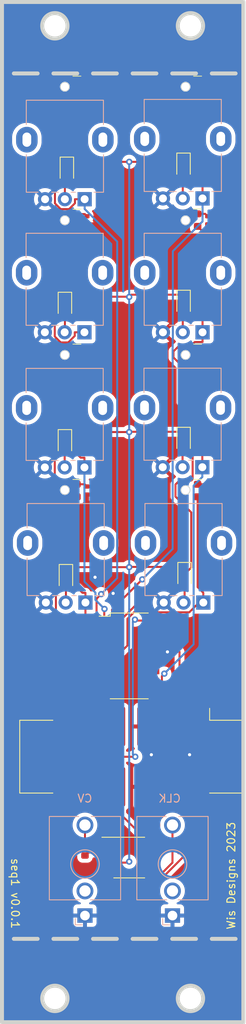
<source format=kicad_pcb>
(kicad_pcb (version 20221018) (generator pcbnew)
  (layers (0 "F.Cu" signal) (31 "B.Cu" signal) (34 "B.Paste" user) (35 "F.Paste" user) (36 "B.SilkS" user "B.Silkscreen") (37 "F.SilkS" user "F.Silkscreen") (38 "B.Mask" user) (39 "F.Mask" user) (44 "Edge.Cuts" user))
  (net 0 "")
  (net 1 "Net-(D1-K)")
  (net 2 "Net-(D1-A)")
  (net 3 "Net-(D2-A)")
  (net 4 "Net-(D3-A)")
  (net 5 "Net-(D4-A)")
  (net 6 "Net-(D5-A)")
  (net 7 "Net-(D6-A)")
  (net 8 "Net-(D7-A)")
  (net 9 "Net-(D8-A)")
  (net 10 "-12V")
  (net 11 "GND")
  (net 12 "+12V")
  (net 13 "+5V")
  (net 14 "CV")
  (net 15 "GATE")
  (net 16 "Net-(J2-PadT)")
  (net 18 "Net-(U1B-+)")
  (net 20 "Net-(U1A--)")
  (net 21 "Net-(U1B--)")
  (net 22 "Net-(U2-Q8)")
  (net 25 "Net-(D9-K)")
  (net 26 "Net-(D9-A)")
  (net 27 "Net-(D10-K)")
  (net 28 "Net-(D10-A)")
  (net 29 "Net-(D11-K)")
  (net 30 "Net-(D11-A)")
  (net 31 "Net-(D12-K)")
  (net 32 "Net-(D12-A)")
  (net 33 "Net-(D13-K)")
  (net 34 "Net-(D13-A)")
  (net 35 "Net-(D14-K)")
  (net 36 "Net-(D15-K)")
  (net 37 "Net-(D15-A)")
  (net 38 "Net-(D16-K)")
  (net 39 "Net-(D16-A)")
  (net 40 "Net-(D14-A)")
  (footprint "kpm-jlcpcb-basic:LED_0603_1608Metric" (layer "F.Cu") (at 29.464 81.534 -90)
    (fp_text reference "D9" hide)
    (fp_text value "blue" hide)
    (pad "1" smd roundrect (at -0.7875 0 270) (size 0.875 0.95) (layers "F.Cu" "F.Paste" "F.Mask") (net 25 "Net-(D9-K)"))
    (pad "2" smd roundrect (at 0.7875 0 270) (size 0.875 0.95) (layers "F.Cu" "F.Paste" "F.Mask") (net 26 "Net-(D9-A)"))
  )
  (footprint "kpm-jlcpcb-basic:LED_0603_1608Metric" (layer "F.Cu") (at 29.464 30.734 -90)
    (fp_text reference "D14" hide)
    (fp_text value "blue" hide)
    (pad "1" smd roundrect (at -0.7875 0 270) (size 0.875 0.95) (layers "F.Cu" "F.Paste" "F.Mask") (net 35 "Net-(D14-K)"))
    (pad "2" smd roundrect (at 0.7875 0 270) (size 0.875 0.95) (layers "F.Cu" "F.Paste" "F.Mask") (net 40 "Net-(D14-A)"))
  )
  (footprint "kpm-jlcpcb-basic:R_0603_1608Metric" (layer "F.Cu") (at 30.48 126.683 90)
    (fp_text reference "R1" hide)
    (fp_text value "1k" hide)
    (pad "1" smd roundrect (at -0.825 0 90) (size 0.8 0.95) (layers "F.Cu" "F.Paste" "F.Mask") (net 20 "Net-(U1A--)"))
    (pad "2" smd roundrect (at 0.825 0 90) (size 0.8 0.95) (layers "F.Cu" "F.Paste" "F.Mask") (net 16 "Net-(J2-PadT)"))
  )
  (footprint "EuroRackTools:D_SOD-323" (layer "F.Cu") (at 28.194 41.148 -90)
    (fp_text reference "D2" hide)
    (fp_text value "1N4148WS" hide)
    (pad "1" smd roundrect (at -1.05 0 270) (size 0.6 0.45) (layers "F.Cu" "F.Paste" "F.Mask") (net 1 "Net-(D1-K)"))
    (pad "2" smd roundrect (at 1.05 0 270) (size 0.6 0.45) (layers "F.Cu" "F.Paste" "F.Mask") (net 3 "Net-(D2-A)"))
  )
  (footprint "kpm-jlcpcb-basic:LED_0603_1608Metric" (layer "F.Cu") (at 29.464 47.498 -90)
    (fp_text reference "D16" hide)
    (fp_text value "blue" hide)
    (pad "1" smd roundrect (at -0.7875 0 270) (size 0.875 0.95) (layers "F.Cu" "F.Paste" "F.Mask") (net 38 "Net-(D16-K)"))
    (pad "2" smd roundrect (at 0.7875 0 270) (size 0.875 0.95) (layers "F.Cu" "F.Paste" "F.Mask") (net 39 "Net-(D16-A)"))
  )
  (footprint "kpm-jlcpcb-basic:LED_0603_1608Metric" (layer "F.Cu") (at 29.464 64.4905 -90)
    (fp_text reference "D11" hide)
    (fp_text value "blue" hide)
    (pad "1" smd roundrect (at -0.7875 0 270) (size 0.875 0.95) (layers "F.Cu" "F.Paste" "F.Mask") (net 29 "Net-(D11-K)"))
    (pad "2" smd roundrect (at 0.7875 0 270) (size 0.875 0.95) (layers "F.Cu" "F.Paste" "F.Mask") (net 30 "Net-(D11-A)"))
  )
  (footprint "kpm-jlcpcb-basic:LED_0603_1608Metric" (layer "F.Cu") (at 44.704 47.4725 -90)
    (fp_text reference "D15" hide)
    (fp_text value "blue" hide)
    (pad "1" smd roundrect (at -0.7875 0 270) (size 0.875 0.95) (layers "F.Cu" "F.Paste" "F.Mask") (net 36 "Net-(D15-K)"))
    (pad "2" smd roundrect (at 0.7875 0 270) (size 0.875 0.95) (layers "F.Cu" "F.Paste" "F.Mask") (net 37 "Net-(D15-A)"))
  )
  (footprint "kpm-jlcpcb-basic:LED_0603_1608Metric" (layer "F.Cu") (at 44.704 64.4905 -90)
    (fp_text reference "D12" hide)
    (fp_text value "blue" hide)
    (pad "1" smd roundrect (at -0.7875 0 270) (size 0.875 0.95) (layers "F.Cu" "F.Paste" "F.Mask") (net 31 "Net-(D12-K)"))
    (pad "2" smd roundrect (at 0.7875 0 270) (size 0.875 0.95) (layers "F.Cu" "F.Paste" "F.Mask") (net 32 "Net-(D12-A)"))
  )
  (footprint "kpm-jlcpcb-basic:R_0402_1005Metric" (layer "F.Cu") (at 30.734 47.498 -90)
    (fp_text reference "R9" hide)
    (fp_text value "10k" hide)
    (pad "1" smd roundrect (at -0.51 0 270) (size 0.54 0.64) (layers "F.Cu" "F.Paste" "F.Mask") (net 38 "Net-(D16-K)"))
    (pad "2" smd roundrect (at 0.51 0 270) (size 0.54 0.64) (layers "F.Cu" "F.Paste" "F.Mask") (net 11 "GND"))
  )
  (footprint "kpm-jlcpcb-basic:LED_0603_1608Metric" (layer "F.Cu") (at 44.704 81.534 -90)
    (fp_text reference "D10" hide)
    (fp_text value "blue" hide)
    (pad "1" smd roundrect (at -0.7875 0 270) (size 0.875 0.95) (layers "F.Cu" "F.Paste" "F.Mask") (net 27 "Net-(D10-K)"))
    (pad "2" smd roundrect (at 0.7875 0 270) (size 0.875 0.95) (layers "F.Cu" "F.Paste" "F.Mask") (net 28 "Net-(D10-A)"))
  )
  (footprint "kpm-jlcpcb-basic:R_0402_1005Metric" (layer "F.Cu") (at 45.974 81.534 -90)
    (fp_text reference "R3" hide)
    (fp_text value "10k" hide)
    (pad "1" smd roundrect (at -0.51 0 270) (size 0.54 0.64) (layers "F.Cu" "F.Paste" "F.Mask") (net 27 "Net-(D10-K)"))
    (pad "2" smd roundrect (at 0.51 0 270) (size 0.54 0.64) (layers "F.Cu" "F.Paste" "F.Mask") (net 11 "GND"))
  )
  (footprint "kpm-jlcpcb-basic:LED_0603_1608Metric" (layer "F.Cu") (at 44.704 30.734 -90)
    (fp_text reference "D13" hide)
    (fp_text value "blue" hide)
    (pad "1" smd roundrect (at -0.7875 0 270) (size 0.875 0.95) (layers "F.Cu" "F.Paste" "F.Mask") (net 33 "Net-(D13-K)"))
    (pad "2" smd roundrect (at 0.7875 0 270) (size 0.875 0.95) (layers "F.Cu" "F.Paste" "F.Mask") (net 34 "Net-(D13-A)"))
  )
  (footprint "EuroRackTools:D_SOD-323" (layer "F.Cu") (at 27.948 58.169 -90)
    (fp_text reference "D4" hide)
    (fp_text value "1N4148WS" hide)
    (pad "1" smd roundrect (at -1.05 0 270) (size 0.6 0.45) (layers "F.Cu" "F.Paste" "F.Mask") (net 1 "Net-(D1-K)"))
    (pad "2" smd roundrect (at 1.05 0 270) (size 0.6 0.45) (layers "F.Cu" "F.Paste" "F.Mask") (net 5 "Net-(D4-A)"))
  )
  (footprint "kpm-jlcpcb-basic:R_0402_1005Metric" (layer "F.Cu") (at 30.734 64.516 -90)
    (fp_text reference "R4" hide)
    (fp_text value "10k" hide)
    (pad "1" smd roundrect (at -0.51 0 270) (size 0.54 0.64) (layers "F.Cu" "F.Paste" "F.Mask") (net 29 "Net-(D11-K)"))
    (pad "2" smd roundrect (at 0.51 0 270) (size 0.54 0.64) (layers "F.Cu" "F.Paste" "F.Mask") (net 11 "GND"))
  )
  (footprint "EuroRackTools:D_SOD-323" (layer "F.Cu") (at 42.926 40.64 -90)
    (fp_text reference "D1" hide)
    (fp_text value "1N4148WS" hide)
    (pad "1" smd roundrect (at -1.05 0 270) (size 0.6 0.45) (layers "F.Cu" "F.Paste" "F.Mask") (net 1 "Net-(D1-K)"))
    (pad "2" smd roundrect (at 1.05 0 270) (size 0.6 0.45) (layers "F.Cu" "F.Paste" "F.Mask") (net 2 "Net-(D1-A)"))
  )
  (footprint "kpm-jlcpcb-basic:R_0402_1005Metric" (layer "F.Cu") (at 45.974 47.498 -90)
    (fp_text reference "R8" hide)
    (fp_text value "10k" hide)
    (pad "1" smd roundrect (at -0.51 0 270) (size 0.54 0.64) (layers "F.Cu" "F.Paste" "F.Mask") (net 36 "Net-(D15-K)"))
    (pad "2" smd roundrect (at 0.51 0 270) (size 0.54 0.64) (layers "F.Cu" "F.Paste" "F.Mask") (net 11 "GND"))
  )
  (footprint "EuroRackTools:D_SOD-323" (layer "F.Cu") (at 42.934 57.915 -90)
    (fp_text reference "D3" hide)
    (fp_text value "1N4148WS" hide)
    (pad "1" smd roundrect (at -1.05 0 270) (size 0.6 0.45) (layers "F.Cu" "F.Paste" "F.Mask") (net 1 "Net-(D1-K)"))
    (pad "2" smd roundrect (at 1.05 0 270) (size 0.6 0.45) (layers "F.Cu" "F.Paste" "F.Mask") (net 4 "Net-(D3-A)"))
  )
  (footprint "kpm-jlcpcb-basic:SOIC-8_3.9x4.9mm_P1.27mm" (layer "F.Cu") (at 36.068 127.762 -90)
    (fp_text reference "U1" hide)
    (fp_text value "TL072CDT" hide)
    (pad "1" smd roundrect (at -1.905 2.475) (size 1.95 0.6) (layers "F.Cu" "F.Paste" "F.Mask") (net 20 "Net-(U1A--)"))
    (pad "2" smd roundrect (at -0.635 2.475) (size 1.95 0.6) (layers "F.Cu" "F.Paste" "F.Mask") (net 20 "Net-(U1A--)"))
    (pad "3" smd roundrect (at 0.635 2.475) (size 1.95 0.6) (layers "F.Cu" "F.Paste" "F.Mask") (net 1 "Net-(D1-K)"))
    (pad "4" smd roundrect (at 1.905 2.475) (size 1.95 0.6) (layers "F.Cu" "F.Paste" "F.Mask") (net 10 "-12V"))
    (pad "5" smd roundrect (at 1.905 -2.475) (size 1.95 0.6) (layers "F.Cu" "F.Paste" "F.Mask") (net 18 "Net-(U1B-+)"))
    (pad "6" smd roundrect (at 0.635 -2.475) (size 1.95 0.6) (layers "F.Cu" "F.Paste" "F.Mask") (net 21 "Net-(U1B--)"))
    (pad "7" smd roundrect (at -0.635 -2.475) (size 1.95 0.6) (layers "F.Cu" "F.Paste" "F.Mask") (net 21 "Net-(U1B--)"))
    (pad "8" smd roundrect (at -1.905 -2.475) (size 1.95 0.6) (layers "F.Cu" "F.Paste" "F.Mask") (net 12 "+12V"))
  )
  (footprint "EuroRackTools:D_SOD-323" (layer "F.Cu") (at 43.06 92.202 -90)
    (fp_text reference "D7" hide)
    (fp_text value "1N4148WS" hide)
    (pad "1" smd roundrect (at -1.05 0 270) (size 0.6 0.45) (layers "F.Cu" "F.Paste" "F.Mask") (net 1 "Net-(D1-K)"))
    (pad "2" smd roundrect (at 1.05 0 270) (size 0.6 0.45) (layers "F.Cu" "F.Paste" "F.Mask") (net 8 "Net-(D7-A)"))
  )
  (footprint "kpm-jlcpcb-basic:R_0402_1005Metric" (layer "F.Cu") (at 45.974 30.734 -90)
    (fp_text reference "R6" hide)
    (fp_text value "10k" hide)
    (pad "1" smd roundrect (at -0.51 0 270) (size 0.54 0.64) (layers "F.Cu" "F.Paste" "F.Mask") (net 33 "Net-(D13-K)"))
    (pad "2" smd roundrect (at 0.51 0 270) (size 0.54 0.64) (layers "F.Cu" "F.Paste" "F.Mask") (net 11 "GND"))
  )
  (footprint "EuroRackTools:SOP-16_4.4x10.4mm_P1.27mm" (layer "F.Cu") (at 36.068 102.362 -90)
    (fp_text reference "U2" hide)
    (fp_text value "CD4017BM" hide)
    (pad "1" smd rect (at -4.45 3.15) (size 1.3 0.8) (layers "F.Cu" "F.Paste" "F.Mask") (net 30 "Net-(D11-A)"))
    (pad "2" smd rect (at -3.17 3.15) (size 1.3 0.8) (layers "F.Cu" "F.Paste" "F.Mask") (net 40 "Net-(D14-A)"))
    (pad "3" smd rect (at -1.91 3.15) (size 1.3 0.8) (layers "F.Cu" "F.Paste" "F.Mask") (net 34 "Net-(D13-A)"))
    (pad "4" smd rect (at -0.64 3.15) (size 1.3 0.8) (layers "F.Cu" "F.Paste" "F.Mask") (net 37 "Net-(D15-A)"))
    (pad "5" smd rect (at 0.64 3.15) (size 1.3 0.8) (layers "F.Cu" "F.Paste" "F.Mask") (net 28 "Net-(D10-A)"))
    (pad "6" smd rect (at 1.91 3.15) (size 1.3 0.8) (layers "F.Cu" "F.Paste" "F.Mask") (net 26 "Net-(D9-A)"))
    (pad "7" smd rect (at 3.17 3.15) (size 1.3 0.8) (layers "F.Cu" "F.Paste" "F.Mask") (net 39 "Net-(D16-A)"))
    (pad "8" smd rect (at 4.45 3.15) (size 1.3 0.8) (layers "F.Cu" "F.Paste" "F.Mask") (net 11 "GND"))
    (pad "9" smd rect (at 4.45 -3.15) (size 1.3 0.8) (layers "F.Cu" "F.Paste" "F.Mask") (net 22 "Net-(U2-Q8)"))
    (pad "10" smd rect (at 3.17 -3.15) (size 1.3 0.8) (layers "F.Cu" "F.Paste" "F.Mask") (net 32 "Net-(D12-A)"))
    (pad "11" smd rect (at 1.91 -3.15) (size 1.3 0.8) (layers "F.Cu" "F.Paste" "F.Mask"))
    (pad "12" smd rect (at 0.64 -3.15) (size 1.3 0.8) (layers "F.Cu" "F.Paste" "F.Mask"))
    (pad "13" smd rect (at -0.64 -3.15) (size 1.3 0.8) (layers "F.Cu" "F.Paste" "F.Mask") (net 11 "GND"))
    (pad "14" smd rect (at -1.91 -3.15) (size 1.3 0.8) (layers "F.Cu" "F.Paste" "F.Mask") (net 21 "Net-(U1B--)"))
    (pad "15" smd rect (at -3.17 -3.15) (size 1.3 0.8) (layers "F.Cu" "F.Paste" "F.Mask") (net 22 "Net-(U2-Q8)"))
    (pad "16" smd rect (at -4.45 -3.15) (size 1.3 0.8) (layers "F.Cu" "F.Paste" "F.Mask") (net 12 "+12V"))
  )
  (footprint "kpm-jlcpcb-basic:R_0402_1005Metric" (layer "F.Cu") (at 31.242 30.734 -90)
    (fp_text reference "R7" hide)
    (fp_text value "10k" hide)
    (pad "1" smd roundrect (at -0.51 0 270) (size 0.54 0.64) (layers "F.Cu" "F.Paste" "F.Mask") (net 35 "Net-(D14-K)"))
    (pad "2" smd roundrect (at 0.51 0 270) (size 0.54 0.64) (layers "F.Cu" "F.Paste" "F.Mask") (net 11 "GND"))
  )
  (footprint "EuroRackTools:D_SOD-323" (layer "F.Cu") (at 42.934 75.181 -90)
    (fp_text reference "D5" hide)
    (fp_text value "1N4148WS" hide)
    (pad "1" smd roundrect (at -1.05 0 270) (size 0.6 0.45) (layers "F.Cu" "F.Paste" "F.Mask") (net 1 "Net-(D1-K)"))
    (pad "2" smd roundrect (at 1.05 0 270) (size 0.6 0.45) (layers "F.Cu" "F.Paste" "F.Mask") (net 6 "Net-(D5-A)"))
  )
  (footprint "EuroRackTools:IDC-Header_2x08_P2.54mm_Vertical_SMD" (layer "F.Cu") (at 36.322 115.052)
    (fp_text reference "J1" hide)
    (fp_text value "EuroPower16" hide)
    (pad "1" smd roundrect (at 8.89 -3.8 270) (size 5 1.02) (layers "F.Cu" "F.Paste" "F.Mask") (net 10 "-12V"))
    (pad "2" smd roundrect (at 8.89 3.8 270) (size 5 1.02) (layers "F.Cu" "F.Paste" "F.Mask") (net 10 "-12V"))
    (pad "3" smd roundrect (at 6.35 -3.8 270) (size 5 1.02) (layers "F.Cu" "F.Paste" "F.Mask") (net 11 "GND"))
    (pad "4" smd roundrect (at 6.35 3.8 270) (size 5 1.02) (layers "F.Cu" "F.Paste" "F.Mask") (net 11 "GND"))
    (pad "5" smd roundrect (at 3.81 -3.8 270) (size 5 1.02) (layers "F.Cu" "F.Paste" "F.Mask") (net 11 "GND"))
    (pad "6" smd roundrect (at 3.81 3.8 270) (size 5 1.02) (layers "F.Cu" "F.Paste" "F.Mask") (net 11 "GND"))
    (pad "7" smd roundrect (at 1.27 -3.8 270) (size 5 1.02) (layers "F.Cu" "F.Paste" "F.Mask") (net 11 "GND"))
    (pad "8" smd roundrect (at 1.27 3.8 270) (size 5 1.02) (layers "F.Cu" "F.Paste" "F.Mask") (net 11 "GND"))
    (pad "9" smd roundrect (at -1.27 -3.8 270) (size 5 1.02) (layers "F.Cu" "F.Paste" "F.Mask") (net 12 "+12V"))
    (pad "10" smd roundrect (at -1.27 3.8 270) (size 5 1.02) (layers "F.Cu" "F.Paste" "F.Mask") (net 12 "+12V"))
    (pad "11" smd roundrect (at -3.81 -3.8 270) (size 5 1.02) (layers "F.Cu" "F.Paste" "F.Mask") (net 13 "+5V"))
    (pad "12" smd roundrect (at -3.81 3.8 270) (size 5 1.02) (layers "F.Cu" "F.Paste" "F.Mask") (net 13 "+5V"))
    (pad "13" smd roundrect (at -6.35 -3.8 270) (size 5 1.02) (layers "F.Cu" "F.Paste" "F.Mask") (net 14 "CV"))
    (pad "14" smd roundrect (at -6.35 3.8 270) (size 5 1.02) (layers "F.Cu" "F.Paste" "F.Mask") (net 14 "CV"))
    (pad "15" smd roundrect (at -8.89 -3.8 270) (size 5 1.02) (layers "F.Cu" "F.Paste" "F.Mask") (net 15 "GATE"))
    (pad "16" smd roundrect (at -8.89 3.8 270) (size 5 1.02) (layers "F.Cu" "F.Paste" "F.Mask") (net 15 "GATE"))
  )
  (footprint "kpm-jlcpcb-basic:R_0402_1005Metric" (layer "F.Cu") (at 45.974 64.4905 -90)
    (fp_text reference "R5" hide)
    (fp_text value "10k" hide)
    (pad "1" smd roundrect (at -0.51 0 270) (size 0.54 0.64) (layers "F.Cu" "F.Paste" "F.Mask") (net 31 "Net-(D12-K)"))
    (pad "2" smd roundrect (at 0.51 0 270) (size 0.54 0.64) (layers "F.Cu" "F.Paste" "F.Mask") (net 11 "GND"))
  )
  (footprint "kpm-jlcpcb-basic:R_0402_1005Metric" (layer "F.Cu") (at 30.734 81.534 -90)
    (fp_text reference "R2" hide)
    (fp_text value "10k" hide)
    (pad "1" smd roundrect (at -0.51 0 270) (size 0.54 0.64) (layers "F.Cu" "F.Paste" "F.Mask") (net 25 "Net-(D9-K)"))
    (pad "2" smd roundrect (at 0.51 0 270) (size 0.54 0.64) (layers "F.Cu" "F.Paste" "F.Mask") (net 11 "GND"))
  )
  (footprint "EuroRackTools:D_SOD-323" (layer "F.Cu") (at 28.074 92.456 -90)
    (fp_text reference "D8" hide)
    (fp_text value "1N4148WS" hide)
    (pad "1" smd roundrect (at -1.05 0 270) (size 0.6 0.45) (layers "F.Cu" "F.Paste" "F.Mask") (net 1 "Net-(D1-K)"))
    (pad "2" smd roundrect (at 1.05 0 270) (size 0.6 0.45) (layers "F.Cu" "F.Paste" "F.Mask") (net 9 "Net-(D8-A)"))
  )
  (footprint "EuroRackTools:D_SOD-323" (layer "F.Cu") (at 27.948 75.469 -90)
    (fp_text reference "D6" hide)
    (fp_text value "1N4148WS" hide)
    (pad "1" smd roundrect (at -1.05 0 270) (size 0.6 0.45) (layers "F.Cu" "F.Paste" "F.Mask") (net 1 "Net-(D1-K)"))
    (pad "2" smd roundrect (at 1.05 0 270) (size 0.6 0.45) (layers "F.Cu" "F.Paste" "F.Mask") (net 7 "Net-(D6-A)"))
  )
  (footprint "EuroRackTools:Jack_3.5mm_QingPu_WQP-PJ398SM_Vertical_CircularHoles" (layer "B.Cu") (at 41.53 135.066)
    (fp_text reference "J3" hide)
    (fp_text value "Thonkiconn")
    (pad "S" thru_hole rect (at 0 0 180) (size 1.93 1.83) (drill 1.22) (layers "*.Cu" "*.Mask") (net 11 "GND"))
    (pad "T" thru_hole circle (at 0 -11.4 180) (size 2.13 2.13) (drill 1.43) (layers "*.Cu" "*.Mask") (net 18 "Net-(U1B-+)"))
    (pad "TN" thru_hole circle (at 0 -3.1 180) (size 2.13 2.13) (drill 1.42) (layers "*.Cu" "*.Mask"))
    (zone (net 0) (net_name "") (layer "B.Cu") (connect_pads (clearance 0)) (min_thickness 0.254)
      (keepout (tracks not_allowed) (vias not_allowed) (pads not_allowed) (copperpour not_allowed) (footprints not_allowed))
      (fill (thermal_gap 0.508) (thermal_bridge_width 0.508))
      (polygon (pts (xy 43.035141 128.586) (xy 43.01493 128.831829) (xy 42.954841 129.071055) (xy 42.856486 129.297256) (xy 42.722508 129.504355) (xy 42.556504 129.68679) (xy 42.362932 129.839664) (xy 42.146992 129.958869) (xy 41.914482 130.041206) (xy 41.671646 130.084461) (xy 41.425007 130.087475) (xy 41.181187 130.050165) (xy 40.946734 129.973534) (xy 40.727946 129.85964) (xy 40.530697 129.711542) (xy 40.360286 129.533216) (xy 40.221288 129.329452) (xy 40.117436 129.105722) (xy 40.051519 128.868035) (xy 40.025308 128.622774) (xy 40.039507 128.376525) (xy 40.093734 128.135901) (xy 40.186532 127.907366) (xy 40.315411 127.697055) (xy 40.476908 127.510618) (xy 40.666687 127.353061) (xy 40.87965 127.228615) (xy 41.110079 127.140623) (xy 41.351785 127.091447) (xy 41.598278 127.082408) (xy 41.842936 127.11375) (xy 42.079191 127.18463) (xy 42.300697 127.293144) (xy 42.501505 127.436379) (xy 42.676223 127.610488) (xy 42.820158 127.810795) (xy 42.929445 128.031921) (xy 43.001149 128.267926) (xy 43.033344 128.512474)))
    )
  )
  (footprint "EuroRackTools:Potentiometer_Alpha_RD901F-40-00D_Single_Vertical" (layer "B.Cu") (at 30.54 95.641 90)
    (fp_text reference "RV8" hide)
    (fp_text value "AlphaPot" hide)
    (pad "" thru_hole oval (at 7.5 -7.3) (size 2.72 3.24) (drill oval 1.1 1.8) (layers "*.Cu" "*.Mask"))
    (pad "" thru_hole oval (at 7.5 2.3) (size 2.72 3.24) (drill oval 1.1 1.8) (layers "*.Cu" "*.Mask"))
    (pad "1" thru_hole rect (at 0 0) (size 1.8 1.8) (drill 1) (layers "*.Cu" "*.Mask") (net 26 "Net-(D9-A)"))
    (pad "2" thru_hole circle (at 0 -2.5) (size 1.8 1.8) (drill 1) (layers "*.Cu" "*.Mask") (net 9 "Net-(D8-A)"))
    (pad "3" thru_hole circle (at 0 -5) (size 1.8 1.8) (drill 1) (layers "*.Cu" "*.Mask") (net 11 "GND"))
  )
  (footprint "EuroRackTools:Potentiometer_Alpha_RD901F-40-00D_Single_Vertical" (layer "B.Cu") (at 45.3 78.5945 90)
    (fp_text reference "RV5" hide)
    (fp_text value "AlphaPot" hide)
    (pad "" thru_hole oval (at 7.5 -7.3) (size 2.72 3.24) (drill oval 1.1 1.8) (layers "*.Cu" "*.Mask"))
    (pad "" thru_hole oval (at 7.5 2.3) (size 2.72 3.24) (drill oval 1.1 1.8) (layers "*.Cu" "*.Mask"))
    (pad "1" thru_hole rect (at 0 0) (size 1.8 1.8) (drill 1) (layers "*.Cu" "*.Mask") (net 32 "Net-(D12-A)"))
    (pad "2" thru_hole circle (at 0 -2.5) (size 1.8 1.8) (drill 1) (layers "*.Cu" "*.Mask") (net 6 "Net-(D5-A)"))
    (pad "3" thru_hole circle (at 0 -5) (size 1.8 1.8) (drill 1) (layers "*.Cu" "*.Mask") (net 11 "GND"))
  )
  (footprint "EuroRackTools:Potentiometer_Alpha_RD901F-40-00D_Single_Vertical" (layer "B.Cu") (at 45.426 95.641 90)
    (fp_text reference "RV7" hide)
    (fp_text value "AlphaPot" hide)
    (pad "" thru_hole oval (at 7.5 -7.3) (size 2.72 3.24) (drill oval 1.1 1.8) (layers "*.Cu" "*.Mask"))
    (pad "" thru_hole oval (at 7.5 2.3) (size 2.72 3.24) (drill oval 1.1 1.8) (layers "*.Cu" "*.Mask"))
    (pad "1" thru_hole rect (at 0 0) (size 1.8 1.8) (drill 1) (layers "*.Cu" "*.Mask") (net 28 "Net-(D10-A)"))
    (pad "2" thru_hole circle (at 0 -2.5) (size 1.8 1.8) (drill 1) (layers "*.Cu" "*.Mask") (net 8 "Net-(D7-A)"))
    (pad "3" thru_hole circle (at 0 -5) (size 1.8 1.8) (drill 1) (layers "*.Cu" "*.Mask") (net 11 "GND"))
  )
  (footprint "EuroRackTools:Potentiometer_Alpha_RD901F-40-00D_Single_Vertical" (layer "B.Cu") (at 30.414 61.602 90)
    (fp_text reference "RV4" hide)
    (fp_text value "AlphaPot" hide)
    (pad "" thru_hole oval (at 7.5 -7.3) (size 2.72 3.24) (drill oval 1.1 1.8) (layers "*.Cu" "*.Mask"))
    (pad "" thru_hole oval (at 7.5 2.3) (size 2.72 3.24) (drill oval 1.1 1.8) (layers "*.Cu" "*.Mask"))
    (pad "1" thru_hole rect (at 0 0) (size 1.8 1.8) (drill 1) (layers "*.Cu" "*.Mask") (net 39 "Net-(D16-A)"))
    (pad "2" thru_hole circle (at 0 -2.5) (size 1.8 1.8) (drill 1) (layers "*.Cu" "*.Mask") (net 5 "Net-(D4-A)"))
    (pad "3" thru_hole circle (at 0 -5) (size 1.8 1.8) (drill 1) (layers "*.Cu" "*.Mask") (net 11 "GND"))
  )
  (footprint "EuroRackTools:Potentiometer_Alpha_RD901F-40-00D_Single_Vertical" (layer "B.Cu") (at 30.414 78.62 90)
    (fp_text reference "RV6" hide)
    (fp_text value "AlphaPot" hide)
    (pad "" thru_hole oval (at 7.5 -7.3) (size 2.72 3.24) (drill oval 1.1 1.8) (layers "*.Cu" "*.Mask"))
    (pad "" thru_hole oval (at 7.5 2.3) (size 2.72 3.24) (drill oval 1.1 1.8) (layers "*.Cu" "*.Mask"))
    (pad "1" thru_hole rect (at 0 0) (size 1.8 1.8) (drill 1) (layers "*.Cu" "*.Mask") (net 30 "Net-(D11-A)"))
    (pad "2" thru_hole circle (at 0 -2.5) (size 1.8 1.8) (drill 1) (layers "*.Cu" "*.Mask") (net 7 "Net-(D6-A)"))
    (pad "3" thru_hole circle (at 0 -5) (size 1.8 1.8) (drill 1) (layers "*.Cu" "*.Mask") (net 11 "GND"))
  )
  (footprint "EuroRackTools:Potentiometer_Alpha_RD901F-40-00D_Single_Vertical" (layer "B.Cu") (at 45.326 61.602 90)
    (fp_text reference "RV3" hide)
    (fp_text value "AlphaPot" hide)
    (pad "" thru_hole oval (at 7.5 -7.3) (size 2.72 3.24) (drill oval 1.1 1.8) (layers "*.Cu" "*.Mask"))
    (pad "" thru_hole oval (at 7.5 2.3) (size 2.72 3.24) (drill oval 1.1 1.8) (layers "*.Cu" "*.Mask"))
    (pad "1" thru_hole rect (at 0 0) (size 1.8 1.8) (drill 1) (layers "*.Cu" "*.Mask") (net 37 "Net-(D15-A)"))
    (pad "2" thru_hole circle (at 0 -2.5) (size 1.8 1.8) (drill 1) (layers "*.Cu" "*.Mask") (net 4 "Net-(D3-A)"))
    (pad "3" thru_hole circle (at 0 -5) (size 1.8 1.8) (drill 1) (layers "*.Cu" "*.Mask") (net 11 "GND"))
  )
  (footprint "EuroRackTools:Jack_3.5mm_QingPu_WQP-PJ398SM_Vertical_CircularHoles" (layer "B.Cu") (at 30.48 135.066)
    (fp_text reference "J2" hide)
    (fp_text value "Thonkiconn")
    (pad "S" thru_hole rect (at 0 0 180) (size 1.93 1.83) (drill 1.22) (layers "*.Cu" "*.Mask") (net 11 "GND"))
    (pad "T" thru_hole circle (at 0 -11.4 180) (size 2.13 2.13) (drill 1.43) (layers "*.Cu" "*.Mask") (net 16 "Net-(J2-PadT)"))
    (pad "TN" thru_hole circle (at 0 -3.1 180) (size 2.13 2.13) (drill 1.42) (layers "*.Cu" "*.Mask"))
    (zone (net 0) (net_name "") (layer "B.Cu") (connect_pads (clearance 0)) (min_thickness 0.254)
      (keepout (tracks not_allowed) (vias not_allowed) (pads not_allowed) (copperpour not_allowed) (footprints not_allowed))
      (fill (thermal_gap 0.508) (thermal_bridge_width 0.508))
      (polygon (pts (xy 31.985141 128.586) (xy 31.96493 128.831829) (xy 31.904841 129.071055) (xy 31.806486 129.297256) (xy 31.672508 129.504355) (xy 31.506504 129.68679) (xy 31.312932 129.839664) (xy 31.096992 129.958869) (xy 30.864482 130.041206) (xy 30.621646 130.084461) (xy 30.375007 130.087475) (xy 30.131187 130.050165) (xy 29.896734 129.973534) (xy 29.677946 129.85964) (xy 29.480697 129.711542) (xy 29.310286 129.533216) (xy 29.171288 129.329452) (xy 29.067436 129.105722) (xy 29.001519 128.868035) (xy 28.975308 128.622774) (xy 28.989507 128.376525) (xy 29.043734 128.135901) (xy 29.136532 127.907366) (xy 29.265411 127.697055) (xy 29.426908 127.510618) (xy 29.616687 127.353061) (xy 29.82965 127.228615) (xy 30.060079 127.140623) (xy 30.301785 127.091447) (xy 30.548278 127.082408) (xy 30.792936 127.11375) (xy 31.029191 127.18463) (xy 31.250697 127.293144) (xy 31.451505 127.436379) (xy 31.626223 127.610488) (xy 31.770158 127.810795) (xy 31.879445 128.031921) (xy 31.951149 128.267926) (xy 31.983344 128.512474)))
    )
  )
  (footprint "EuroRackTools:Potentiometer_Alpha_RD901F-40-00D_Single_Vertical" (layer "B.Cu") (at 30.44 44.841 90)
    (fp_text reference "RV2" hide)
    (fp_text value "AlphaPot" hide)
    (pad "" thru_hole oval (at 7.5 -7.3) (size 2.72 3.24) (drill oval 1.1 1.8) (layers "*.Cu" "*.Mask"))
    (pad "" thru_hole oval (at 7.5 2.3) (size 2.72 3.24) (drill oval 1.1 1.8) (layers "*.Cu" "*.Mask"))
    (pad "1" thru_hole rect (at 0 0) (size 1.8 1.8) (drill 1) (layers "*.Cu" "*.Mask") (net 40 "Net-(D14-A)"))
    (pad "2" thru_hole circle (at 0 -2.5) (size 1.8 1.8) (drill 1) (layers "*.Cu" "*.Mask") (net 3 "Net-(D2-A)"))
    (pad "3" thru_hole circle (at 0 -5) (size 1.8 1.8) (drill 1) (layers "*.Cu" "*.Mask") (net 11 "GND"))
  )
  (footprint "EuroRackTools:Potentiometer_Alpha_RD901F-40-00D_Single_Vertical" (layer "B.Cu") (at 45.326 44.7432 90)
    (fp_text reference "RV1" hide)
    (fp_text value "AlphaPot" hide)
    (pad "" thru_hole oval (at 7.5 -7.3) (size 2.72 3.24) (drill oval 1.1 1.8) (layers "*.Cu" "*.Mask"))
    (pad "" thru_hole oval (at 7.5 2.3) (size 2.72 3.24) (drill oval 1.1 1.8) (layers "*.Cu" "*.Mask"))
    (pad "1" thru_hole rect (at 0 0) (size 1.8 1.8) (drill 1) (layers "*.Cu" "*.Mask") (net 34 "Net-(D13-A)"))
    (pad "2" thru_hole circle (at 0 -2.5) (size 1.8 1.8) (drill 1) (layers "*.Cu" "*.Mask") (net 2 "Net-(D1-A)"))
    (pad "3" thru_hole circle (at 0 -5) (size 1.8 1.8) (drill 1) (layers "*.Cu" "*.Mask") (net 11 "GND"))
  )
  (gr_line (start 41.5 29) (end 44.5 29) (stroke (width 0.5)) (layer "Edge.Cuts"))
  (gr_circle (center 43.8 145.5) (end 43.8 147.1) (stroke (width 0.5)) (fill none) (layer "Edge.Cuts"))
  (gr_circle (center 27.94 64.456039) (end 28.448 64.710039) (stroke (width 0.1)) (fill none) (layer "Edge.Cuts"))
  (gr_circle (center 43.18 81.474039) (end 43.688 81.728039) (stroke (width 0.1)) (fill none) (layer "Edge.Cuts"))
  (gr_line (start 31.5 29) (end 34.5 29) (stroke (width 0.5)) (layer "Edge.Cuts"))
  (gr_circle (center 27.94 81.474039) (end 28.448 81.728039) (stroke (width 0.1)) (fill none) (layer "Edge.Cuts"))
  (gr_line (start 21.5 138) (end 24.5 138) (stroke (width 0.5)) (layer "Edge.Cuts"))
  (gr_line (start 26.5 138) (end 29.5 138) (stroke (width 0.5)) (layer "Edge.Cuts"))
  (gr_line (start 36.5 29) (end 39.5 29) (stroke (width 0.5)) (layer "Edge.Cuts"))
  (gr_line (start 31.5 138) (end 34.5 138) (stroke (width 0.5)) (layer "Edge.Cuts"))
  (gr_circle (center 27.94 47.498) (end 28.448 47.752) (stroke (width 0.1)) (fill none) (layer "Edge.Cuts"))
  (gr_line (start 46.5 138) (end 49.5 138) (stroke (width 0.5)) (layer "Edge.Cuts"))
  (gr_circle (center 43.18 30.674039) (end 43.688 30.928039) (stroke (width 0.1)) (fill none) (layer "Edge.Cuts"))
  (gr_line (start 21.5 29) (end 24.5 29) (stroke (width 0.5)) (layer "Edge.Cuts"))
  (gr_circle (center 26.68 23) (end 26.68 24.6) (stroke (width 0.5)) (fill none) (layer "Edge.Cuts"))
  (gr_line (start 26.5 29) (end 29.5 29) (stroke (width 0.5)) (layer "Edge.Cuts"))
  (gr_line (start 36.5 138) (end 39.5 138) (stroke (width 0.5)) (layer "Edge.Cuts"))
  (gr_rect (start 20 20) (end 50.48 148.5) (stroke (width 0.5)) (fill none) (layer "Edge.Cuts"))
  (gr_circle (center 26.68 145.5) (end 26.68 147.1) (stroke (width 0.5)) (fill none) (layer "Edge.Cuts"))
  (gr_circle (center 27.94 30.674039) (end 28.448 30.928039) (stroke (width 0.1)) (fill none) (layer "Edge.Cuts"))
  (gr_circle (center 43.18 64.456039) (end 43.688 64.710039) (stroke (width 0.1)) (fill none) (layer "Edge.Cuts"))
  (gr_circle (center 43.18 47.498) (end 43.688 47.752) (stroke (width 0.1)) (fill none) (layer "Edge.Cuts"))
  (gr_line (start 41.5 138) (end 44.5 138) (stroke (width 0.5)) (layer "Edge.Cuts"))
  (gr_line (start 46.5 29) (end 49.5 29) (stroke (width 0.5)) (layer "Edge.Cuts"))
  (gr_circle (center 43.8 23) (end 43.8 24.6) (stroke (width 0.5)) (fill none) (layer "Edge.Cuts"))
  (gr_text "CLK" (at 42.672 120.904) (layer "B.SilkS") (effects (font (size 1 1)) (justify left bottom mirror)))
  (gr_text "CV" (at 31.496 120.904) (layer "B.SilkS") (effects (font (size 1 1)) (justify left bottom mirror)))
  (gr_text "Wis Designs 2023" (at 49.53 136.906 90) (layer "F.SilkS") (effects (font (size 1 1)) (justify left bottom)))
  (gr_text "seq1 v0.0.1" (at 21.082 127.762 -90) (layer "F.SilkS") (effects (font (size 1 1)) (justify left bottom)))
  (segment (start 36.068 74.168) (end 28.199 74.168) (width 0.25) (layer "F.Cu") (net 1))
  (segment (start 28.199 74.168) (end 27.948 74.419) (width 0.25) (layer "F.Cu") (net 1))
  (segment (start 42.384 40.132) (end 42.926 39.59) (width 0.25) (layer "F.Cu") (net 1))
  (segment (start 36.068 40.132) (end 28.228 40.132) (width 0.25) (layer "F.Cu") (net 1))
  (segment (start 42.934 74.131) (end 36.105 74.131) (width 0.25) (layer "F.Cu") (net 1))
  (segment (start 35.941 128.397) (end 36.068 128.27) (width 0.25) (layer "F.Cu") (net 1))
  (segment (start 33.593 128.397) (end 35.941 128.397) (width 0.25) (layer "F.Cu") (net 1))
  (segment (start 36.037 57.119) (end 36.068 57.15) (width 0.25) (layer "F.Cu") (net 1))
  (segment (start 28.228 40.132) (end 28.194 40.098) (width 0.25) (layer "F.Cu") (net 1))
  (segment (start 28.294 91.186) (end 28.074 91.406) (width 0.25) (layer "F.Cu") (net 1))
  (segment (start 36.068 91.186) (end 28.294 91.186) (width 0.25) (layer "F.Cu") (net 1))
  (segment (start 36.105 74.131) (end 36.068 74.168) (width 0.25) (layer "F.Cu") (net 1))
  (segment (start 43.06 91.152) (end 36.102 91.152) (width 0.25) (layer "F.Cu") (net 1))
  (segment (start 36.068 40.132) (end 42.384 40.132) (width 0.25) (layer "F.Cu") (net 1))
  (segment (start 27.948 57.119) (end 36.037 57.119) (width 0.25) (layer "F.Cu") (net 1))
  (segment (start 42.934 56.865) (end 36.353 56.865) (width 0.25) (layer "F.Cu") (net 1))
  (segment (start 36.102 91.152) (end 36.068 91.186) (width 0.25) (layer "F.Cu") (net 1))
  (segment (start 36.353 56.865) (end 36.068 57.15) (width 0.25) (layer "F.Cu") (net 1))
  (via (at 36.068 40.132) (size 0.8) (drill 0.4) (layers "F.Cu" "B.Cu") (net 1))
  (via (at 36.068 128.27) (size 0.8) (drill 0.4) (layers "F.Cu" "B.Cu") (net 1))
  (via (at 36.068 57.15) (size 0.8) (drill 0.4) (layers "F.Cu" "B.Cu") (net 1))
  (via (at 36.068 74.168) (size 0.8) (drill 0.4) (layers "F.Cu" "B.Cu") (net 1))
  (via (at 36.068 91.186) (size 0.8) (drill 0.4) (layers "F.Cu" "B.Cu") (net 1))
  (segment (start 36.068 57.15) (end 36.068 40.132) (width 0.25) (layer "B.Cu") (net 1))
  (segment (start 36.068 74.168) (end 36.068 57.15) (width 0.25) (layer "B.Cu") (net 1))
  (segment (start 36.068 128.27) (end 36.068 91.186) (width 0.25) (layer "B.Cu") (net 1))
  (segment (start 36.068 91.186) (end 36.068 74.168) (width 0.25) (layer "B.Cu") (net 1))
  (segment (start 42.826 44.7432) (end 42.826 41.79) (width 0.25) (layer "F.Cu") (net 2))
  (segment (start 42.826 41.79) (end 42.926 41.69) (width 0.25) (layer "F.Cu") (net 2))
  (segment (start 27.94 42.452) (end 28.194 42.198) (width 0.25) (layer "F.Cu") (net 3))
  (segment (start 27.94 44.841) (end 27.94 42.452) (width 0.25) (layer "F.Cu") (net 3))
  (segment (start 42.826 59.073) (end 42.934 58.965) (width 0.25) (layer "F.Cu") (net 4))
  (segment (start 42.826 61.602) (end 42.826 59.073) (width 0.25) (layer "F.Cu") (net 4))
  (segment (start 27.948 61.568) (end 27.914 61.602) (width 0.25) (layer "F.Cu") (net 5))
  (segment (start 27.948 59.219) (end 27.948 61.568) (width 0.25) (layer "F.Cu") (net 5))
  (segment (start 42.8 76.365) (end 42.934 76.231) (width 0.25) (layer "F.Cu") (net 6))
  (segment (start 42.8 78.5945) (end 42.8 76.365) (width 0.25) (layer "F.Cu") (net 6))
  (segment (start 27.914 76.553) (end 27.948 76.519) (width 0.25) (layer "F.Cu") (net 7))
  (segment (start 27.914 78.62) (end 27.914 76.553) (width 0.25) (layer "F.Cu") (net 7))
  (segment (start 43.06 95.507) (end 42.926 95.641) (width 0.25) (layer "F.Cu") (net 8))
  (segment (start 43.06 93.252) (end 43.06 95.507) (width 0.25) (layer "F.Cu") (net 8))
  (segment (start 28.074 95.607) (end 28.04 95.641) (width 0.25) (layer "F.Cu") (net 9))
  (segment (start 28.074 93.506) (end 28.074 95.607) (width 0.25) (layer "F.Cu") (net 9))
  (segment (start 33.593 129.667) (end 34.218 130.292) (width 0.25) (layer "F.Cu") (net 10))
  (segment (start 40.2704 130.292) (end 45.212 125.35) (width 0.25) (layer "F.Cu") (net 10))
  (segment (start 45.212 118.852) (end 45.212 111.252) (width 0.25) (layer "F.Cu") (net 10))
  (segment (start 34.218 130.292) (end 40.2704 130.292) (width 0.25) (layer "F.Cu") (net 10))
  (segment (start 45.212 125.35) (end 45.212 118.852) (width 0.25) (layer "F.Cu") (net 10))
  (via (at 40.894 101.854) (size 0.8) (drill 0.4) (layers "F.Cu" "B.Cu") (net 11))
  (via (at 38.862 114.808) (size 0.8) (drill 0.4) (layers "F.Cu" "B.Cu") (net 11))
  (via (at 34.036 94.488) (size 0.8) (drill 0.4) (layers "F.Cu" "B.Cu") (net 11))
  (via (at 43.688 114.808) (size 0.8) (drill 0.4) (layers "F.Cu" "B.Cu") (net 11))
  (via (at 31.75 92.456) (size 0.8) (drill 0.4) (layers "F.Cu" "B.Cu") (net 11))
  (segment (start 36.83 115.062) (end 35.052 115.062) (width 0.25) (layer "F.Cu") (net 12))
  (segment (start 36.9145 97.912) (end 39.218 97.912) (width 0.25) (layer "F.Cu") (net 12))
  (segment (start 35.052 111.252) (end 35.052 115.062) (width 0.25) (layer "F.Cu") (net 12))
  (segment (start 35.052 122.366) (end 38.543 125.857) (width 0.25) (layer "F.Cu") (net 12))
  (segment (start 36.7925 97.79) (end 36.9145 97.912) (width 0.25) (layer "F.Cu") (net 12))
  (segment (start 35.052 115.062) (end 35.052 118.852) (width 0.25) (layer "F.Cu") (net 12))
  (segment (start 35.052 118.852) (end 35.052 122.366) (width 0.25) (layer "F.Cu") (net 12))
  (via (at 36.7925 97.79) (size 0.8) (drill 0.4) (layers "F.Cu" "B.Cu") (net 12))
  (via (at 36.83 115.062) (size 0.8) (drill 0.4) (layers "F.Cu" "B.Cu") (net 12))
  (segment (start 36.518 114.75) (end 36.83 115.062) (width 0.25) (layer "B.Cu") (net 12))
  (segment (start 36.7925 97.79) (end 36.518 98.0645) (width 0.25) (layer "B.Cu") (net 12))
  (segment (start 36.518 98.0645) (end 36.518 114.75) (width 0.25) (layer "B.Cu") (net 12))
  (segment (start 32.512 118.852) (end 32.512 111.252) (width 0.25) (layer "F.Cu") (net 13))
  (segment (start 29.972 111.252) (end 29.972 118.852) (width 0.25) (layer "F.Cu") (net 14))
  (segment (start 27.432 118.852) (end 27.432 111.252) (width 0.25) (layer "F.Cu") (net 15))
  (segment (start 30.48 125.858) (end 30.48 123.666) (width 0.25) (layer "F.Cu") (net 16))
  (segment (start 40.259 129.667) (end 41.53 128.396) (width 0.25) (layer "F.Cu") (net 18))
  (segment (start 41.53 128.396) (end 41.53 123.666) (width 0.25) (layer "F.Cu") (net 18))
  (segment (start 38.543 129.667) (end 40.259 129.667) (width 0.25) (layer "F.Cu") (net 18))
  (segment (start 30.48 127.508) (end 30.861 127.127) (width 0.25) (layer "F.Cu") (net 20))
  (segment (start 30.861 127.127) (end 33.593 127.127) (width 0.25) (layer "F.Cu") (net 20))
  (segment (start 33.593 127.127) (end 33.593 125.857) (width 0.25) (layer "F.Cu") (net 20))
  (segment (start 42.418 101.854) (end 41.016 100.452) (width 0.25) (layer "F.Cu") (net 21))
  (segment (start 38.543 128.397) (end 38.543 127.4742) (width 0.25) (layer "F.Cu") (net 21))
  (segment (start 41.837 108.766756) (end 42.418 108.185756) (width 0.25) (layer "F.Cu") (net 21))
  (segment (start 38.543 127.4742) (end 38.543 127.127) (width 0.25) (layer "F.Cu") (net 21))
  (segment (start 42.418 108.185756) (end 42.418 101.854) (width 0.25) (layer "F.Cu") (net 21))
  (segment (start 41.837 121.042) (end 41.837 108.766756) (width 0.25) (layer "F.Cu") (net 21))
  (segment (start 38.5737 127.4742) (end 39.8633 126.1846) (width 0.25) (layer "F.Cu") (net 21))
  (segment (start 39.8633 126.1846) (end 39.8633 123.0157) (width 0.25) (layer "F.Cu") (net 21))
  (segment (start 41.016 100.452) (end 39.218 100.452) (width 0.25) (layer "F.Cu") (net 21))
  (segment (start 38.543 127.4742) (end 38.5737 127.4742) (width 0.25) (layer "F.Cu") (net 21))
  (segment (start 39.8633 123.0157) (end 41.837 121.042) (width 0.25) (layer "F.Cu") (net 21))
  (segment (start 39.218 106.812) (end 38.2429 106.812) (width 0.25) (layer "F.Cu") (net 22))
  (segment (start 38.2429 106.812) (end 38.2429 99.192) (width 0.25) (layer "F.Cu") (net 22))
  (segment (start 39.218 99.192) (end 38.2429 99.192) (width 0.25) (layer "F.Cu") (net 22))
  (segment (start 30.4565 80.7465) (end 30.734 81.024) (width 0.25) (layer "F.Cu") (net 25))
  (segment (start 29.464 80.7465) (end 30.4565 80.7465) (width 0.25) (layer "F.Cu") (net 25))
  (segment (start 30.54 96.8661) (end 30.54 102.8691) (width 0.25) (layer "F.Cu") (net 26))
  (segment (start 30.54 94.4159) (end 30.1626 94.4159) (width 0.25) (layer "F.Cu") (net 26))
  (segment (start 27.5062 91.7595) (end 27.5062 84.2793) (width 0.25) (layer "F.Cu") (net 26))
  (segment (start 30.54 95.641) (end 30.54 94.4159) (width 0.25) (layer "F.Cu") (net 26))
  (segment (start 32.918 104.272) (end 31.9429 104.272) (width 0.25) (layer "F.Cu") (net 26))
  (segment (start 30.1626 94.4159) (end 27.5062 91.7595) (width 0.25) (layer "F.Cu") (net 26))
  (segment (start 27.5062 84.2793) (end 29.464 82.3215) (width 0.25) (layer "F.Cu") (net 26))
  (segment (start 30.54 95.641) (end 30.54 96.8661) (width 0.25) (layer "F.Cu") (net 26))
  (segment (start 30.54 102.8691) (end 31.9429 104.272) (width 0.25) (layer "F.Cu") (net 26))
  (segment (start 45.6965 80.7465) (end 45.974 81.024) (width 0.25) (layer "F.Cu") (net 27))
  (segment (start 44.704 80.7465) (end 45.6965 80.7465) (width 0.25) (layer "F.Cu") (net 27))
  (segment (start 32.918 103.002) (end 33.8931 103.002) (width 0.25) (layer "F.Cu") (net 28))
  (segment (start 43.651 96.8731) (end 36.6616 96.8731) (width 0.25) (layer "F.Cu") (net 28))
  (segment (start 45.426 94.4159) (end 44.704 93.6939) (width 0.25) (layer "F.Cu") (net 28))
  (segment (start 45.426 95.0981) (end 43.651 96.8731) (width 0.25) (layer "F.Cu") (net 28))
  (segment (start 45.426 95.0981) (end 45.426 94.4159) (width 0.25) (layer "F.Cu") (net 28))
  (segment (start 45.426 95.641) (end 45.426 95.0981) (width 0.25) (layer "F.Cu") (net 28))
  (segment (start 36.6616 96.8731) (end 35.843 97.6917) (width 0.25) (layer "F.Cu") (net 28))
  (segment (start 44.704 93.6939) (end 44.704 82.3215) (width 0.25) (layer "F.Cu") (net 28))
  (segment (start 35.843 101.0521) (end 33.8931 103.002) (width 0.25) (layer "F.Cu") (net 28))
  (segment (start 35.843 97.6917) (end 35.843 101.0521) (width 0.25) (layer "F.Cu") (net 28))
  (segment (start 29.767 64.006) (end 29.464 63.703) (width 0.25) (layer "F.Cu") (net 29))
  (segment (start 30.734 64.006) (end 29.767 64.006) (width 0.25) (layer "F.Cu") (net 29))
  (segment (start 30.414 77.3949) (end 29.9357 77.3949) (width 0.25) (layer "F.Cu") (net 30))
  (segment (start 29.9357 77.3949) (end 27.3884 74.8476) (width 0.25) (layer "F.Cu") (net 30))
  (segment (start 27.3884 74.8476) (end 27.3884 67.3536) (width 0.25) (layer "F.Cu") (net 30))
  (segment (start 30.414 78.62) (end 30.414 77.3949) (width 0.25) (layer "F.Cu") (net 30))
  (segment (start 27.3884 67.3536) (end 29.464 65.278) (width 0.25) (layer "F.Cu") (net 30))
  (segment (start 32.918 96.4754) (end 32.918 97.912) (width 0.25) (layer "F.Cu") (net 30))
  (segment (start 32.9455 96.4479) (end 32.918 96.4754) (width 0.25) (layer "F.Cu") (net 30))
  (via (at 32.9455 96.4479) (size 0.8) (drill 0.4) (layers "F.Cu" "B.Cu") (net 30))
  (segment (start 31.8025 94.3937) (end 31.8025 95.3049) (width 0.25) (layer "B.Cu") (net 30))
  (segment (start 30.414 93.0052) (end 31.8025 94.3937) (width 0.25) (layer "B.Cu") (net 30))
  (segment (start 31.8025 95.3049) (end 32.9455 96.4479) (width 0.25) (layer "B.Cu") (net 30))
  (segment (start 30.414 79.8451) (end 30.414 93.0052) (width 0.25) (layer "B.Cu") (net 30))
  (segment (start 30.414 78.62) (end 30.414 79.8451) (width 0.25) (layer "B.Cu") (net 30))
  (segment (start 45.6965 63.703) (end 45.974 63.9805) (width 0.25) (layer "F.Cu") (net 31))
  (segment (start 44.704 63.703) (end 45.6965 63.703) (width 0.25) (layer "F.Cu") (net 31))
  (segment (start 45.3 78.5945) (end 45.3 65.874) (width 0.25) (layer "F.Cu") (net 32))
  (segment (start 40.1931 104.9031) (end 40.1931 105.532) (width 0.25) (layer "F.Cu") (net 32))
  (segment (start 40.5038 104.5924) (end 40.1931 104.9031) (width 0.25) (layer "F.Cu") (net 32))
  (segment (start 39.218 105.532) (end 40.1931 105.532) (width 0.25) (layer "F.Cu") (net 32))
  (segment (start 45.3 65.874) (end 44.704 65.278) (width 0.25) (layer "F.Cu") (net 32))
  (via (at 40.5038 104.5924) (size 0.8) (drill 0.4) (layers "F.Cu" "B.Cu") (net 32))
  (segment (start 45.3 78.5945) (end 45.3 79.8196) (width 0.25) (layer "B.Cu") (net 32))
  (segment (start 44.2008 80.9188) (end 44.2008 100.8954) (width 0.25) (layer "B.Cu") (net 32))
  (segment (start 45.3 79.8196) (end 44.2008 80.9188) (width 0.25) (layer "B.Cu") (net 32))
  (segment (start 44.2008 100.8954) (end 40.5038 104.5924) (width 0.25) (layer "B.Cu") (net 32))
  (segment (start 44.704 29.9465) (end 45.6965 29.9465) (width 0.25) (layer "F.Cu") (net 33))
  (segment (start 45.6965 29.9465) (end 45.974 30.224) (width 0.25) (layer "F.Cu") (net 33))
  (segment (start 33.8931 100.452) (end 33.8931 96.5455) (width 0.25) (layer "F.Cu") (net 34))
  (segment (start 32.918 100.452) (end 33.8931 100.452) (width 0.25) (layer "F.Cu") (net 34))
  (segment (start 45.326 32.1435) (end 44.704 31.5215) (width 0.25) (layer "F.Cu") (net 34))
  (segment (start 45.326 44.7432) (end 45.326 32.1435) (width 0.25) (layer "F.Cu") (net 34))
  (segment (start 33.8931 96.5455) (end 37.7149 92.7237) (width 0.25) (layer "F.Cu") (net 34))
  (via (at 37.7149 92.7237) (size 0.8) (drill 0.4) (layers "F.Cu" "B.Cu") (net 34))
  (segment (start 45.326 47.638) (end 45.326 44.7432) (width 0.25) (layer "B.Cu") (net 34))
  (segment (start 41.55 88.8886) (end 41.55 62.378) (width 0.25) (layer "B.Cu") (net 34))
  (segment (start 41.5759 51.3881) (end 45.326 47.638) (width 0.25) (layer "B.Cu") (net 34))
  (segment (start 37.7149 92.7237) (end 41.55 88.8886) (width 0.25) (layer "B.Cu") (net 34))
  (segment (start 41.5759 62.3521) (end 41.5759 51.3881) (width 0.25) (layer "B.Cu") (net 34))
  (segment (start 41.55 62.378) (end 41.5759 62.3521) (width 0.25) (layer "B.Cu") (net 34))
  (segment (start 30.9645 29.9465) (end 31.242 30.224) (width 0.25) (layer "F.Cu") (net 35))
  (segment (start 29.464 29.9465) (end 30.9645 29.9465) (width 0.25) (layer "F.Cu") (net 35))
  (segment (start 45.671 46.685) (end 45.974 46.988) (width 0.25) (layer "F.Cu") (net 36))
  (segment (start 44.704 46.685) (end 45.671 46.685) (width 0.25) (layer "F.Cu") (net 36))
  (segment (start 45.326 61.602) (end 45.326 62.8271) (width 0.25) (layer "F.Cu") (net 37))
  (segment (start 43.904 63.259021) (end 42.404979 63.259021) (width 0.25) (layer "F.Cu") (net 37))
  (segment (start 43.9008 84.2868) (end 42.926 83.312) (width 0.25) (layer "F.Cu") (net 37))
  (segment (start 42.672 70.3874) (end 44.0748 71.7902) (width 0.25) (layer "F.Cu") (net 37))
  (segment (start 42.404979 63.259021) (end 41.656 64.008) (width 0.25) (layer "F.Cu") (net 37))
  (segment (start 44.0748 71.7902) (end 44.0748 80.0914) (width 0.25) (layer "F.Cu") (net 37))
  (segment (start 45.326 61.602) (end 45.326 48.882) (width 0.25) (layer "F.Cu") (net 37))
  (segment (start 42.672 65.786) (end 42.672 70.3874) (width 0.25) (layer "F.Cu") (net 37))
  (segment (start 44.335921 62.8271) (end 43.904 63.259021) (width 0.25) (layer "F.Cu") (net 37))
  (segment (start 42.418 80.264) (end 43.942 80.264) (width 0.25) (layer "F.Cu") (net 37))
  (segment (start 41.91 80.772) (end 42.418 80.264) (width 0.25) (layer "F.Cu") (net 37))
  (segment (start 41.91 81.788) (end 41.91 80.772) (width 0.25) (layer "F.Cu") (net 37))
  (segment (start 35.0274 100.5877) (end 33.8931 101.722) (width 0.25) (layer "F.Cu") (net 37))
  (segment (start 41.656 64.77) (end 42.672 65.786) (width 0.25) (layer "F.Cu") (net 37))
  (segment (start 45.326 48.882) (end 44.704 48.26) (width 0.25) (layer "F.Cu") (net 37))
  (segment (start 42.926 83.312) (end 41.91 82.296) (width 0.25) (layer "F.Cu") (net 37))
  (segment (start 39.4007 93.4489) (end 35.0274 97.8222) (width 0.25) (layer "F.Cu") (net 37))
  (segment (start 45.326 62.8271) (end 44.335921 62.8271) (width 0.25) (layer "F.Cu") (net 37))
  (segment (start 43.9008 91.2344) (end 41.6863 93.4489) (width 0.25) (layer "F.Cu") (net 37))
  (segment (start 33.8931 101.722) (end 32.918 101.722) (width 0.25) (layer "F.Cu") (net 37))
  (segment (start 44.0748 80.0914) (end 43.9008 80.2654) (width 0.25) (layer "F.Cu") (net 37))
  (segment (start 35.0274 97.8222) (end 35.0274 100.5877) (width 0.25) (layer "F.Cu") (net 37))
  (segment (start 41.656 64.008) (end 41.656 64.77) (width 0.25) (layer "F.Cu") (net 37))
  (segment (start 41.6863 93.4489) (end 39.4007 93.4489) (width 0.25) (layer "F.Cu") (net 37))
  (segment (start 41.91 82.296) (end 41.91 81.788) (width 0.25) (layer "F.Cu") (net 37))
  (segment (start 43.9008 91.2344) (end 43.9008 84.2868) (width 0.25) (layer "F.Cu") (net 37))
  (segment (start 29.464 46.7105) (end 30.4565 46.7105) (width 0.25) (layer "F.Cu") (net 38))
  (segment (start 30.4565 46.7105) (end 30.734 46.988) (width 0.25) (layer "F.Cu") (net 38))
  (segment (start 29.1889 61.602) (end 29.1889 62.0614) (width 0.25) (layer "F.Cu") (net 39))
  (segment (start 31.9429 105.532) (end 26.8094 100.3985) (width 0.25) (layer "F.Cu") (net 39))
  (segment (start 26.8094 87.4381) (end 26.664 87.2927) (width 0.25) (layer "F.Cu") (net 39))
  (segment (start 26.6641 51.0854) (end 29.464 48.2855) (width 0.25) (layer "F.Cu") (net 39))
  (segment (start 26.8094 100.3985) (end 26.8094 87.4381) (width 0.25) (layer "F.Cu") (net 39))
  (segment (start 26.6641 62.1249) (end 26.6641 51.0854) (width 0.25) (layer "F.Cu") (net 39))
  (segment (start 26.664 63.6386) (end 27.4209 62.8817) (width 0.25) (layer "F.Cu") (net 39))
  (segment (start 27.4209 62.8817) (end 26.6641 62.1249) (width 0.25) (layer "F.Cu") (net 39))
  (segment (start 28.3686 62.8817) (end 27.4209 62.8817) (width 0.25) (layer "F.Cu") (net 39))
  (segment (start 29.1889 62.0614) (end 28.3686 62.8817) (width 0.25) (layer "F.Cu") (net 39))
  (segment (start 32.918 105.532) (end 31.9429 105.532) (width 0.25) (layer "F.Cu") (net 39))
  (segment (start 26.664 87.2927) (end 26.664 63.6386) (width 0.25) (layer "F.Cu") (net 39))
  (segment (start 30.414 61.602) (end 29.1889 61.602) (width 0.25) (layer "F.Cu") (net 39))
  (segment (start 31.9429 95.1648) (end 31.9429 99.192) (width 0.25) (layer "F.Cu") (net 40))
  (segment (start 30.44 44.841) (end 29.2149 44.841) (width 0.25) (layer "F.Cu") (net 40))
  (segment (start 26.6901 45.3606) (end 26.6901 34.2954) (width 0.25) (layer "F.Cu") (net 40))
  (segment (start 29.2149 45.346) (end 28.4713 46.0896) (width 0.25) (layer "F.Cu") (net 40))
  (segment (start 32.5276 94.5801) (end 31.9429 95.1648) (width 0.25) (layer "F.Cu") (net 40))
  (segment (start 32.918 99.192) (end 31.9429 99.192) (width 0.25) (layer "F.Cu") (net 40))
  (segment (start 28.4713 46.0896) (end 27.4191 46.0896) (width 0.25) (layer "F.Cu") (net 40))
  (segment (start 29.2149 44.841) (end 29.2149 45.346) (width 0.25) (layer "F.Cu") (net 40))
  (segment (start 27.4191 46.0896) (end 26.6901 45.3606) (width 0.25) (layer "F.Cu") (net 40))
  (segment (start 26.6901 34.2954) (end 29.464 31.5215) (width 0.25) (layer "F.Cu") (net 40))
  (via (at 32.5276 94.5801) (size 0.8) (drill 0.4) (layers "F.Cu" "B.Cu") (net 40))
  (segment (start 30.44 46.0661) (end 34.55 50.1761) (width 0.25) (layer "B.Cu") (net 40))
  (segment (start 30.44 44.841) (end 30.44 46.0661) (width 0.25) (layer "B.Cu") (net 40))
  (segment (start 34.55 50.1761) (end 34.55 92.5577) (width 0.25) (layer "B.Cu") (net 40))
  (segment (start 34.55 92.5577) (end 32.5276 94.5801) (width 0.25) (layer "B.Cu") (net 40))
  (zone (net 11) (net_name "GND") (layer "F.Cu") (connect_pads (clearance 0.5)) (min_thickness 0.25) (fill yes (thermal_gap 0.5) (thermal_bridge_width 0.5))
    (polygon (pts (xy 20 20) (xy 50.48 20) (xy 50.48 148.5) (xy 20 148.5)))
  )
  (zone (net 11) (net_name "GND") (layer "B.Cu") (connect_pads (clearance 0.5)) (min_thickness 0.25) (fill yes (thermal_gap 0.5) (thermal_bridge_width 0.5))
    (polygon (pts (xy 20 20) (xy 50.48 20) (xy 50.48 148.5) (xy 20 148.5)))
  )
)
</source>
